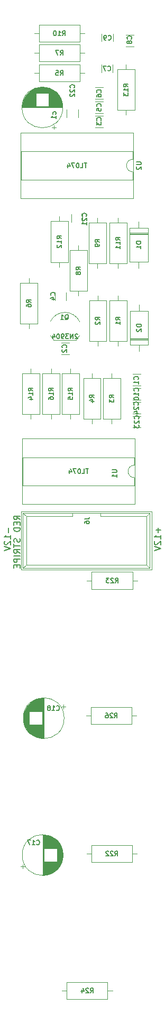
<source format=gbr>
%TF.GenerationSoftware,KiCad,Pcbnew,(5.1.9)-1*%
%TF.CreationDate,2021-09-21T18:31:50+01:00*%
%TF.ProjectId,Kosmo Noise,4b6f736d-6f20-44e6-9f69-73652e6b6963,rev?*%
%TF.SameCoordinates,Original*%
%TF.FileFunction,Legend,Bot*%
%TF.FilePolarity,Positive*%
%FSLAX46Y46*%
G04 Gerber Fmt 4.6, Leading zero omitted, Abs format (unit mm)*
G04 Created by KiCad (PCBNEW (5.1.9)-1) date 2021-09-21 18:31:50*
%MOMM*%
%LPD*%
G01*
G04 APERTURE LIST*
%ADD10C,0.120000*%
%ADD11C,0.150000*%
G04 APERTURE END LIST*
D10*
%TO.C,C1*%
X36435000Y-63785000D02*
X37693000Y-63785000D01*
X36435000Y-61945000D02*
X37693000Y-61945000D01*
%TO.C,c1*%
X24125000Y-22445741D02*
X23495000Y-22445741D01*
X23810000Y-22760741D02*
X23810000Y-22130741D01*
X22373000Y-16019500D02*
X21569000Y-16019500D01*
X22604000Y-16059500D02*
X21338000Y-16059500D01*
X22773000Y-16099500D02*
X21169000Y-16099500D01*
X22911000Y-16139500D02*
X21031000Y-16139500D01*
X23030000Y-16179500D02*
X20912000Y-16179500D01*
X23136000Y-16219500D02*
X20806000Y-16219500D01*
X23233000Y-16259500D02*
X20709000Y-16259500D01*
X23321000Y-16299500D02*
X20621000Y-16299500D01*
X23403000Y-16339500D02*
X20539000Y-16339500D01*
X23480000Y-16379500D02*
X20462000Y-16379500D01*
X23552000Y-16419500D02*
X20390000Y-16419500D01*
X23621000Y-16459500D02*
X20321000Y-16459500D01*
X23685000Y-16499500D02*
X20257000Y-16499500D01*
X23747000Y-16539500D02*
X20195000Y-16539500D01*
X23805000Y-16579500D02*
X20137000Y-16579500D01*
X23861000Y-16619500D02*
X20081000Y-16619500D01*
X23915000Y-16659500D02*
X20027000Y-16659500D01*
X23966000Y-16699500D02*
X19976000Y-16699500D01*
X24015000Y-16739500D02*
X19927000Y-16739500D01*
X24063000Y-16779500D02*
X19879000Y-16779500D01*
X24108000Y-16819500D02*
X19834000Y-16819500D01*
X24153000Y-16859500D02*
X19789000Y-16859500D01*
X24195000Y-16899500D02*
X19747000Y-16899500D01*
X24236000Y-16939500D02*
X19706000Y-16939500D01*
X20931000Y-16979500D02*
X19666000Y-16979500D01*
X24276000Y-16979500D02*
X23011000Y-16979500D01*
X20931000Y-17019500D02*
X19628000Y-17019500D01*
X24314000Y-17019500D02*
X23011000Y-17019500D01*
X20931000Y-17059500D02*
X19591000Y-17059500D01*
X24351000Y-17059500D02*
X23011000Y-17059500D01*
X20931000Y-17099500D02*
X19555000Y-17099500D01*
X24387000Y-17099500D02*
X23011000Y-17099500D01*
X20931000Y-17139500D02*
X19521000Y-17139500D01*
X24421000Y-17139500D02*
X23011000Y-17139500D01*
X20931000Y-17179500D02*
X19487000Y-17179500D01*
X24455000Y-17179500D02*
X23011000Y-17179500D01*
X20931000Y-17219500D02*
X19455000Y-17219500D01*
X24487000Y-17219500D02*
X23011000Y-17219500D01*
X20931000Y-17259500D02*
X19423000Y-17259500D01*
X24519000Y-17259500D02*
X23011000Y-17259500D01*
X20931000Y-17299500D02*
X19393000Y-17299500D01*
X24549000Y-17299500D02*
X23011000Y-17299500D01*
X20931000Y-17339500D02*
X19364000Y-17339500D01*
X24578000Y-17339500D02*
X23011000Y-17339500D01*
X20931000Y-17379500D02*
X19335000Y-17379500D01*
X24607000Y-17379500D02*
X23011000Y-17379500D01*
X20931000Y-17419500D02*
X19307000Y-17419500D01*
X24635000Y-17419500D02*
X23011000Y-17419500D01*
X20931000Y-17459500D02*
X19281000Y-17459500D01*
X24661000Y-17459500D02*
X23011000Y-17459500D01*
X20931000Y-17499500D02*
X19255000Y-17499500D01*
X24687000Y-17499500D02*
X23011000Y-17499500D01*
X20931000Y-17539500D02*
X19229000Y-17539500D01*
X24713000Y-17539500D02*
X23011000Y-17539500D01*
X20931000Y-17579500D02*
X19205000Y-17579500D01*
X24737000Y-17579500D02*
X23011000Y-17579500D01*
X20931000Y-17619500D02*
X19181000Y-17619500D01*
X24761000Y-17619500D02*
X23011000Y-17619500D01*
X20931000Y-17659500D02*
X19159000Y-17659500D01*
X24783000Y-17659500D02*
X23011000Y-17659500D01*
X20931000Y-17699500D02*
X19137000Y-17699500D01*
X24805000Y-17699500D02*
X23011000Y-17699500D01*
X20931000Y-17739500D02*
X19115000Y-17739500D01*
X24827000Y-17739500D02*
X23011000Y-17739500D01*
X20931000Y-17779500D02*
X19095000Y-17779500D01*
X24847000Y-17779500D02*
X23011000Y-17779500D01*
X20931000Y-17819500D02*
X19075000Y-17819500D01*
X24867000Y-17819500D02*
X23011000Y-17819500D01*
X20931000Y-17859500D02*
X19055000Y-17859500D01*
X24887000Y-17859500D02*
X23011000Y-17859500D01*
X20931000Y-17899500D02*
X19037000Y-17899500D01*
X24905000Y-17899500D02*
X23011000Y-17899500D01*
X20931000Y-17939500D02*
X19019000Y-17939500D01*
X24923000Y-17939500D02*
X23011000Y-17939500D01*
X20931000Y-17979500D02*
X19001000Y-17979500D01*
X24941000Y-17979500D02*
X23011000Y-17979500D01*
X20931000Y-18019500D02*
X18985000Y-18019500D01*
X24957000Y-18019500D02*
X23011000Y-18019500D01*
X20931000Y-18059500D02*
X18969000Y-18059500D01*
X24973000Y-18059500D02*
X23011000Y-18059500D01*
X20931000Y-18099500D02*
X18953000Y-18099500D01*
X24989000Y-18099500D02*
X23011000Y-18099500D01*
X20931000Y-18139500D02*
X18938000Y-18139500D01*
X25004000Y-18139500D02*
X23011000Y-18139500D01*
X20931000Y-18179500D02*
X18924000Y-18179500D01*
X25018000Y-18179500D02*
X23011000Y-18179500D01*
X20931000Y-18219500D02*
X18910000Y-18219500D01*
X25032000Y-18219500D02*
X23011000Y-18219500D01*
X20931000Y-18259500D02*
X18897000Y-18259500D01*
X25045000Y-18259500D02*
X23011000Y-18259500D01*
X20931000Y-18299500D02*
X18885000Y-18299500D01*
X25057000Y-18299500D02*
X23011000Y-18299500D01*
X20931000Y-18339500D02*
X18873000Y-18339500D01*
X25069000Y-18339500D02*
X23011000Y-18339500D01*
X20931000Y-18379500D02*
X18861000Y-18379500D01*
X25081000Y-18379500D02*
X23011000Y-18379500D01*
X20931000Y-18419500D02*
X18850000Y-18419500D01*
X25092000Y-18419500D02*
X23011000Y-18419500D01*
X20931000Y-18459500D02*
X18840000Y-18459500D01*
X25102000Y-18459500D02*
X23011000Y-18459500D01*
X20931000Y-18499500D02*
X18830000Y-18499500D01*
X25112000Y-18499500D02*
X23011000Y-18499500D01*
X20931000Y-18539500D02*
X18821000Y-18539500D01*
X25121000Y-18539500D02*
X23011000Y-18539500D01*
X20931000Y-18580500D02*
X18812000Y-18580500D01*
X25130000Y-18580500D02*
X23011000Y-18580500D01*
X20931000Y-18620500D02*
X18804000Y-18620500D01*
X25138000Y-18620500D02*
X23011000Y-18620500D01*
X20931000Y-18660500D02*
X18796000Y-18660500D01*
X25146000Y-18660500D02*
X23011000Y-18660500D01*
X20931000Y-18700500D02*
X18789000Y-18700500D01*
X25153000Y-18700500D02*
X23011000Y-18700500D01*
X20931000Y-18740500D02*
X18782000Y-18740500D01*
X25160000Y-18740500D02*
X23011000Y-18740500D01*
X20931000Y-18780500D02*
X18776000Y-18780500D01*
X25166000Y-18780500D02*
X23011000Y-18780500D01*
X20931000Y-18820500D02*
X18770000Y-18820500D01*
X25172000Y-18820500D02*
X23011000Y-18820500D01*
X20931000Y-18860500D02*
X18765000Y-18860500D01*
X25177000Y-18860500D02*
X23011000Y-18860500D01*
X20931000Y-18900500D02*
X18760000Y-18900500D01*
X25182000Y-18900500D02*
X23011000Y-18900500D01*
X20931000Y-18940500D02*
X18756000Y-18940500D01*
X25186000Y-18940500D02*
X23011000Y-18940500D01*
X20931000Y-18980500D02*
X18753000Y-18980500D01*
X25189000Y-18980500D02*
X23011000Y-18980500D01*
X20931000Y-19020500D02*
X18749000Y-19020500D01*
X25193000Y-19020500D02*
X23011000Y-19020500D01*
X25195000Y-19060500D02*
X18747000Y-19060500D01*
X25198000Y-19100500D02*
X18744000Y-19100500D01*
X25199000Y-19140500D02*
X18743000Y-19140500D01*
X25201000Y-19180500D02*
X18741000Y-19180500D01*
X25201000Y-19220500D02*
X18741000Y-19220500D01*
X25201000Y-19260500D02*
X18741000Y-19260500D01*
X25241000Y-19260500D02*
G75*
G03*
X25241000Y-19260500I-3270000J0D01*
G01*
%TO.C,C2*%
X26239500Y-58768500D02*
X24981500Y-58768500D01*
X26239500Y-56928500D02*
X24981500Y-56928500D01*
%TO.C,C3*%
X30466000Y-22446500D02*
X31724000Y-22446500D01*
X30466000Y-20606500D02*
X31724000Y-20606500D01*
%TO.C,C4*%
X23972000Y-50179000D02*
X23972000Y-48921000D01*
X25812000Y-50179000D02*
X25812000Y-48921000D01*
%TO.C,C5*%
X30402500Y-18320500D02*
X31660500Y-18320500D01*
X30402500Y-20160500D02*
X31660500Y-20160500D01*
%TO.C,C6*%
X30402500Y-16034500D02*
X31660500Y-16034500D01*
X30402500Y-17874500D02*
X31660500Y-17874500D01*
%TO.C,C7*%
X31401500Y-12432000D02*
X31401500Y-13690000D01*
X33241500Y-12432000D02*
X33241500Y-13690000D01*
%TO.C,C8*%
X36590000Y-9492500D02*
X35332000Y-9492500D01*
X36590000Y-7652500D02*
X35332000Y-7652500D01*
%TO.C,C9*%
X33305000Y-8713500D02*
X33305000Y-7455500D01*
X31465000Y-8713500D02*
X31465000Y-7455500D01*
%TO.C,C10*%
X37669500Y-64231000D02*
X36411500Y-64231000D01*
X37669500Y-66071000D02*
X36411500Y-66071000D01*
%TO.C,C17*%
X18829259Y-141092000D02*
X18829259Y-140462000D01*
X18514259Y-140777000D02*
X19144259Y-140777000D01*
X25255500Y-139340000D02*
X25255500Y-138536000D01*
X25215500Y-139571000D02*
X25215500Y-138305000D01*
X25175500Y-139740000D02*
X25175500Y-138136000D01*
X25135500Y-139878000D02*
X25135500Y-137998000D01*
X25095500Y-139997000D02*
X25095500Y-137879000D01*
X25055500Y-140103000D02*
X25055500Y-137773000D01*
X25015500Y-140200000D02*
X25015500Y-137676000D01*
X24975500Y-140288000D02*
X24975500Y-137588000D01*
X24935500Y-140370000D02*
X24935500Y-137506000D01*
X24895500Y-140447000D02*
X24895500Y-137429000D01*
X24855500Y-140519000D02*
X24855500Y-137357000D01*
X24815500Y-140588000D02*
X24815500Y-137288000D01*
X24775500Y-140652000D02*
X24775500Y-137224000D01*
X24735500Y-140714000D02*
X24735500Y-137162000D01*
X24695500Y-140772000D02*
X24695500Y-137104000D01*
X24655500Y-140828000D02*
X24655500Y-137048000D01*
X24615500Y-140882000D02*
X24615500Y-136994000D01*
X24575500Y-140933000D02*
X24575500Y-136943000D01*
X24535500Y-140982000D02*
X24535500Y-136894000D01*
X24495500Y-141030000D02*
X24495500Y-136846000D01*
X24455500Y-141075000D02*
X24455500Y-136801000D01*
X24415500Y-141120000D02*
X24415500Y-136756000D01*
X24375500Y-141162000D02*
X24375500Y-136714000D01*
X24335500Y-141203000D02*
X24335500Y-136673000D01*
X24295500Y-137898000D02*
X24295500Y-136633000D01*
X24295500Y-141243000D02*
X24295500Y-139978000D01*
X24255500Y-137898000D02*
X24255500Y-136595000D01*
X24255500Y-141281000D02*
X24255500Y-139978000D01*
X24215500Y-137898000D02*
X24215500Y-136558000D01*
X24215500Y-141318000D02*
X24215500Y-139978000D01*
X24175500Y-137898000D02*
X24175500Y-136522000D01*
X24175500Y-141354000D02*
X24175500Y-139978000D01*
X24135500Y-137898000D02*
X24135500Y-136488000D01*
X24135500Y-141388000D02*
X24135500Y-139978000D01*
X24095500Y-137898000D02*
X24095500Y-136454000D01*
X24095500Y-141422000D02*
X24095500Y-139978000D01*
X24055500Y-137898000D02*
X24055500Y-136422000D01*
X24055500Y-141454000D02*
X24055500Y-139978000D01*
X24015500Y-137898000D02*
X24015500Y-136390000D01*
X24015500Y-141486000D02*
X24015500Y-139978000D01*
X23975500Y-137898000D02*
X23975500Y-136360000D01*
X23975500Y-141516000D02*
X23975500Y-139978000D01*
X23935500Y-137898000D02*
X23935500Y-136331000D01*
X23935500Y-141545000D02*
X23935500Y-139978000D01*
X23895500Y-137898000D02*
X23895500Y-136302000D01*
X23895500Y-141574000D02*
X23895500Y-139978000D01*
X23855500Y-137898000D02*
X23855500Y-136274000D01*
X23855500Y-141602000D02*
X23855500Y-139978000D01*
X23815500Y-137898000D02*
X23815500Y-136248000D01*
X23815500Y-141628000D02*
X23815500Y-139978000D01*
X23775500Y-137898000D02*
X23775500Y-136222000D01*
X23775500Y-141654000D02*
X23775500Y-139978000D01*
X23735500Y-137898000D02*
X23735500Y-136196000D01*
X23735500Y-141680000D02*
X23735500Y-139978000D01*
X23695500Y-137898000D02*
X23695500Y-136172000D01*
X23695500Y-141704000D02*
X23695500Y-139978000D01*
X23655500Y-137898000D02*
X23655500Y-136148000D01*
X23655500Y-141728000D02*
X23655500Y-139978000D01*
X23615500Y-137898000D02*
X23615500Y-136126000D01*
X23615500Y-141750000D02*
X23615500Y-139978000D01*
X23575500Y-137898000D02*
X23575500Y-136104000D01*
X23575500Y-141772000D02*
X23575500Y-139978000D01*
X23535500Y-137898000D02*
X23535500Y-136082000D01*
X23535500Y-141794000D02*
X23535500Y-139978000D01*
X23495500Y-137898000D02*
X23495500Y-136062000D01*
X23495500Y-141814000D02*
X23495500Y-139978000D01*
X23455500Y-137898000D02*
X23455500Y-136042000D01*
X23455500Y-141834000D02*
X23455500Y-139978000D01*
X23415500Y-137898000D02*
X23415500Y-136022000D01*
X23415500Y-141854000D02*
X23415500Y-139978000D01*
X23375500Y-137898000D02*
X23375500Y-136004000D01*
X23375500Y-141872000D02*
X23375500Y-139978000D01*
X23335500Y-137898000D02*
X23335500Y-135986000D01*
X23335500Y-141890000D02*
X23335500Y-139978000D01*
X23295500Y-137898000D02*
X23295500Y-135968000D01*
X23295500Y-141908000D02*
X23295500Y-139978000D01*
X23255500Y-137898000D02*
X23255500Y-135952000D01*
X23255500Y-141924000D02*
X23255500Y-139978000D01*
X23215500Y-137898000D02*
X23215500Y-135936000D01*
X23215500Y-141940000D02*
X23215500Y-139978000D01*
X23175500Y-137898000D02*
X23175500Y-135920000D01*
X23175500Y-141956000D02*
X23175500Y-139978000D01*
X23135500Y-137898000D02*
X23135500Y-135905000D01*
X23135500Y-141971000D02*
X23135500Y-139978000D01*
X23095500Y-137898000D02*
X23095500Y-135891000D01*
X23095500Y-141985000D02*
X23095500Y-139978000D01*
X23055500Y-137898000D02*
X23055500Y-135877000D01*
X23055500Y-141999000D02*
X23055500Y-139978000D01*
X23015500Y-137898000D02*
X23015500Y-135864000D01*
X23015500Y-142012000D02*
X23015500Y-139978000D01*
X22975500Y-137898000D02*
X22975500Y-135852000D01*
X22975500Y-142024000D02*
X22975500Y-139978000D01*
X22935500Y-137898000D02*
X22935500Y-135840000D01*
X22935500Y-142036000D02*
X22935500Y-139978000D01*
X22895500Y-137898000D02*
X22895500Y-135828000D01*
X22895500Y-142048000D02*
X22895500Y-139978000D01*
X22855500Y-137898000D02*
X22855500Y-135817000D01*
X22855500Y-142059000D02*
X22855500Y-139978000D01*
X22815500Y-137898000D02*
X22815500Y-135807000D01*
X22815500Y-142069000D02*
X22815500Y-139978000D01*
X22775500Y-137898000D02*
X22775500Y-135797000D01*
X22775500Y-142079000D02*
X22775500Y-139978000D01*
X22735500Y-137898000D02*
X22735500Y-135788000D01*
X22735500Y-142088000D02*
X22735500Y-139978000D01*
X22694500Y-137898000D02*
X22694500Y-135779000D01*
X22694500Y-142097000D02*
X22694500Y-139978000D01*
X22654500Y-137898000D02*
X22654500Y-135771000D01*
X22654500Y-142105000D02*
X22654500Y-139978000D01*
X22614500Y-137898000D02*
X22614500Y-135763000D01*
X22614500Y-142113000D02*
X22614500Y-139978000D01*
X22574500Y-137898000D02*
X22574500Y-135756000D01*
X22574500Y-142120000D02*
X22574500Y-139978000D01*
X22534500Y-137898000D02*
X22534500Y-135749000D01*
X22534500Y-142127000D02*
X22534500Y-139978000D01*
X22494500Y-137898000D02*
X22494500Y-135743000D01*
X22494500Y-142133000D02*
X22494500Y-139978000D01*
X22454500Y-137898000D02*
X22454500Y-135737000D01*
X22454500Y-142139000D02*
X22454500Y-139978000D01*
X22414500Y-137898000D02*
X22414500Y-135732000D01*
X22414500Y-142144000D02*
X22414500Y-139978000D01*
X22374500Y-137898000D02*
X22374500Y-135727000D01*
X22374500Y-142149000D02*
X22374500Y-139978000D01*
X22334500Y-137898000D02*
X22334500Y-135723000D01*
X22334500Y-142153000D02*
X22334500Y-139978000D01*
X22294500Y-137898000D02*
X22294500Y-135720000D01*
X22294500Y-142156000D02*
X22294500Y-139978000D01*
X22254500Y-137898000D02*
X22254500Y-135716000D01*
X22254500Y-142160000D02*
X22254500Y-139978000D01*
X22214500Y-142162000D02*
X22214500Y-135714000D01*
X22174500Y-142165000D02*
X22174500Y-135711000D01*
X22134500Y-142166000D02*
X22134500Y-135710000D01*
X22094500Y-142168000D02*
X22094500Y-135708000D01*
X22054500Y-142168000D02*
X22054500Y-135708000D01*
X22014500Y-142168000D02*
X22014500Y-135708000D01*
X25284500Y-138938000D02*
G75*
G03*
X25284500Y-138938000I-3270000J0D01*
G01*
%TO.C,C18*%
X25451500Y-117030500D02*
G75*
G03*
X25451500Y-117030500I-3270000J0D01*
G01*
X22181500Y-113800500D02*
X22181500Y-120260500D01*
X22141500Y-113800500D02*
X22141500Y-120260500D01*
X22101500Y-113800500D02*
X22101500Y-120260500D01*
X22061500Y-113802500D02*
X22061500Y-120258500D01*
X22021500Y-113803500D02*
X22021500Y-120257500D01*
X21981500Y-113806500D02*
X21981500Y-120254500D01*
X21941500Y-113808500D02*
X21941500Y-115990500D01*
X21941500Y-118070500D02*
X21941500Y-120252500D01*
X21901500Y-113812500D02*
X21901500Y-115990500D01*
X21901500Y-118070500D02*
X21901500Y-120248500D01*
X21861500Y-113815500D02*
X21861500Y-115990500D01*
X21861500Y-118070500D02*
X21861500Y-120245500D01*
X21821500Y-113819500D02*
X21821500Y-115990500D01*
X21821500Y-118070500D02*
X21821500Y-120241500D01*
X21781500Y-113824500D02*
X21781500Y-115990500D01*
X21781500Y-118070500D02*
X21781500Y-120236500D01*
X21741500Y-113829500D02*
X21741500Y-115990500D01*
X21741500Y-118070500D02*
X21741500Y-120231500D01*
X21701500Y-113835500D02*
X21701500Y-115990500D01*
X21701500Y-118070500D02*
X21701500Y-120225500D01*
X21661500Y-113841500D02*
X21661500Y-115990500D01*
X21661500Y-118070500D02*
X21661500Y-120219500D01*
X21621500Y-113848500D02*
X21621500Y-115990500D01*
X21621500Y-118070500D02*
X21621500Y-120212500D01*
X21581500Y-113855500D02*
X21581500Y-115990500D01*
X21581500Y-118070500D02*
X21581500Y-120205500D01*
X21541500Y-113863500D02*
X21541500Y-115990500D01*
X21541500Y-118070500D02*
X21541500Y-120197500D01*
X21501500Y-113871500D02*
X21501500Y-115990500D01*
X21501500Y-118070500D02*
X21501500Y-120189500D01*
X21460500Y-113880500D02*
X21460500Y-115990500D01*
X21460500Y-118070500D02*
X21460500Y-120180500D01*
X21420500Y-113889500D02*
X21420500Y-115990500D01*
X21420500Y-118070500D02*
X21420500Y-120171500D01*
X21380500Y-113899500D02*
X21380500Y-115990500D01*
X21380500Y-118070500D02*
X21380500Y-120161500D01*
X21340500Y-113909500D02*
X21340500Y-115990500D01*
X21340500Y-118070500D02*
X21340500Y-120151500D01*
X21300500Y-113920500D02*
X21300500Y-115990500D01*
X21300500Y-118070500D02*
X21300500Y-120140500D01*
X21260500Y-113932500D02*
X21260500Y-115990500D01*
X21260500Y-118070500D02*
X21260500Y-120128500D01*
X21220500Y-113944500D02*
X21220500Y-115990500D01*
X21220500Y-118070500D02*
X21220500Y-120116500D01*
X21180500Y-113956500D02*
X21180500Y-115990500D01*
X21180500Y-118070500D02*
X21180500Y-120104500D01*
X21140500Y-113969500D02*
X21140500Y-115990500D01*
X21140500Y-118070500D02*
X21140500Y-120091500D01*
X21100500Y-113983500D02*
X21100500Y-115990500D01*
X21100500Y-118070500D02*
X21100500Y-120077500D01*
X21060500Y-113997500D02*
X21060500Y-115990500D01*
X21060500Y-118070500D02*
X21060500Y-120063500D01*
X21020500Y-114012500D02*
X21020500Y-115990500D01*
X21020500Y-118070500D02*
X21020500Y-120048500D01*
X20980500Y-114028500D02*
X20980500Y-115990500D01*
X20980500Y-118070500D02*
X20980500Y-120032500D01*
X20940500Y-114044500D02*
X20940500Y-115990500D01*
X20940500Y-118070500D02*
X20940500Y-120016500D01*
X20900500Y-114060500D02*
X20900500Y-115990500D01*
X20900500Y-118070500D02*
X20900500Y-120000500D01*
X20860500Y-114078500D02*
X20860500Y-115990500D01*
X20860500Y-118070500D02*
X20860500Y-119982500D01*
X20820500Y-114096500D02*
X20820500Y-115990500D01*
X20820500Y-118070500D02*
X20820500Y-119964500D01*
X20780500Y-114114500D02*
X20780500Y-115990500D01*
X20780500Y-118070500D02*
X20780500Y-119946500D01*
X20740500Y-114134500D02*
X20740500Y-115990500D01*
X20740500Y-118070500D02*
X20740500Y-119926500D01*
X20700500Y-114154500D02*
X20700500Y-115990500D01*
X20700500Y-118070500D02*
X20700500Y-119906500D01*
X20660500Y-114174500D02*
X20660500Y-115990500D01*
X20660500Y-118070500D02*
X20660500Y-119886500D01*
X20620500Y-114196500D02*
X20620500Y-115990500D01*
X20620500Y-118070500D02*
X20620500Y-119864500D01*
X20580500Y-114218500D02*
X20580500Y-115990500D01*
X20580500Y-118070500D02*
X20580500Y-119842500D01*
X20540500Y-114240500D02*
X20540500Y-115990500D01*
X20540500Y-118070500D02*
X20540500Y-119820500D01*
X20500500Y-114264500D02*
X20500500Y-115990500D01*
X20500500Y-118070500D02*
X20500500Y-119796500D01*
X20460500Y-114288500D02*
X20460500Y-115990500D01*
X20460500Y-118070500D02*
X20460500Y-119772500D01*
X20420500Y-114314500D02*
X20420500Y-115990500D01*
X20420500Y-118070500D02*
X20420500Y-119746500D01*
X20380500Y-114340500D02*
X20380500Y-115990500D01*
X20380500Y-118070500D02*
X20380500Y-119720500D01*
X20340500Y-114366500D02*
X20340500Y-115990500D01*
X20340500Y-118070500D02*
X20340500Y-119694500D01*
X20300500Y-114394500D02*
X20300500Y-115990500D01*
X20300500Y-118070500D02*
X20300500Y-119666500D01*
X20260500Y-114423500D02*
X20260500Y-115990500D01*
X20260500Y-118070500D02*
X20260500Y-119637500D01*
X20220500Y-114452500D02*
X20220500Y-115990500D01*
X20220500Y-118070500D02*
X20220500Y-119608500D01*
X20180500Y-114482500D02*
X20180500Y-115990500D01*
X20180500Y-118070500D02*
X20180500Y-119578500D01*
X20140500Y-114514500D02*
X20140500Y-115990500D01*
X20140500Y-118070500D02*
X20140500Y-119546500D01*
X20100500Y-114546500D02*
X20100500Y-115990500D01*
X20100500Y-118070500D02*
X20100500Y-119514500D01*
X20060500Y-114580500D02*
X20060500Y-115990500D01*
X20060500Y-118070500D02*
X20060500Y-119480500D01*
X20020500Y-114614500D02*
X20020500Y-115990500D01*
X20020500Y-118070500D02*
X20020500Y-119446500D01*
X19980500Y-114650500D02*
X19980500Y-115990500D01*
X19980500Y-118070500D02*
X19980500Y-119410500D01*
X19940500Y-114687500D02*
X19940500Y-115990500D01*
X19940500Y-118070500D02*
X19940500Y-119373500D01*
X19900500Y-114725500D02*
X19900500Y-115990500D01*
X19900500Y-118070500D02*
X19900500Y-119335500D01*
X19860500Y-114765500D02*
X19860500Y-119295500D01*
X19820500Y-114806500D02*
X19820500Y-119254500D01*
X19780500Y-114848500D02*
X19780500Y-119212500D01*
X19740500Y-114893500D02*
X19740500Y-119167500D01*
X19700500Y-114938500D02*
X19700500Y-119122500D01*
X19660500Y-114986500D02*
X19660500Y-119074500D01*
X19620500Y-115035500D02*
X19620500Y-119025500D01*
X19580500Y-115086500D02*
X19580500Y-118974500D01*
X19540500Y-115140500D02*
X19540500Y-118920500D01*
X19500500Y-115196500D02*
X19500500Y-118864500D01*
X19460500Y-115254500D02*
X19460500Y-118806500D01*
X19420500Y-115316500D02*
X19420500Y-118744500D01*
X19380500Y-115380500D02*
X19380500Y-118680500D01*
X19340500Y-115449500D02*
X19340500Y-118611500D01*
X19300500Y-115521500D02*
X19300500Y-118539500D01*
X19260500Y-115598500D02*
X19260500Y-118462500D01*
X19220500Y-115680500D02*
X19220500Y-118380500D01*
X19180500Y-115768500D02*
X19180500Y-118292500D01*
X19140500Y-115865500D02*
X19140500Y-118195500D01*
X19100500Y-115971500D02*
X19100500Y-118089500D01*
X19060500Y-116090500D02*
X19060500Y-117970500D01*
X19020500Y-116228500D02*
X19020500Y-117832500D01*
X18980500Y-116397500D02*
X18980500Y-117663500D01*
X18940500Y-116628500D02*
X18940500Y-117432500D01*
X25681741Y-115191500D02*
X25051741Y-115191500D01*
X25366741Y-114876500D02*
X25366741Y-115506500D01*
%TO.C,C21*%
X26575500Y-37606000D02*
X26575500Y-36348000D01*
X28415500Y-37606000D02*
X28415500Y-36348000D01*
%TO.C,C22*%
X27717000Y-19607500D02*
X27717000Y-20865500D01*
X25877000Y-19607500D02*
X25877000Y-20865500D01*
%TO.C,C23*%
X37669500Y-68676000D02*
X36411500Y-68676000D01*
X37669500Y-70516000D02*
X36411500Y-70516000D01*
%TO.C,C24*%
X37669500Y-66453500D02*
X36411500Y-66453500D01*
X37669500Y-68293500D02*
X36411500Y-68293500D01*
%TO.C,D1*%
X35931500Y-38555000D02*
X38871500Y-38555000D01*
X38871500Y-38555000D02*
X38871500Y-43995000D01*
X38871500Y-43995000D02*
X35931500Y-43995000D01*
X35931500Y-43995000D02*
X35931500Y-38555000D01*
X37401500Y-37535000D02*
X37401500Y-38555000D01*
X37401500Y-45015000D02*
X37401500Y-43995000D01*
X35931500Y-39455000D02*
X38871500Y-39455000D01*
X35931500Y-39575000D02*
X38871500Y-39575000D01*
X35931500Y-39335000D02*
X38871500Y-39335000D01*
%TO.C,D2*%
X38935000Y-56486500D02*
X35995000Y-56486500D01*
X38935000Y-56246500D02*
X35995000Y-56246500D01*
X38935000Y-56366500D02*
X35995000Y-56366500D01*
X37465000Y-50806500D02*
X37465000Y-51826500D01*
X37465000Y-58286500D02*
X37465000Y-57266500D01*
X38935000Y-51826500D02*
X38935000Y-57266500D01*
X35995000Y-51826500D02*
X38935000Y-51826500D01*
X35995000Y-57266500D02*
X35995000Y-51826500D01*
X38935000Y-57266500D02*
X35995000Y-57266500D01*
%TO.C,J6*%
X26769500Y-84712500D02*
X19389500Y-84712500D01*
X26769500Y-84212500D02*
X26769500Y-84692500D01*
X31269500Y-84712500D02*
X31269500Y-84202500D01*
X38639500Y-84712500D02*
X31289500Y-84712500D01*
X38639500Y-84712500D02*
X39139500Y-84212500D01*
X38639500Y-92462500D02*
X38639500Y-84712500D01*
X38639500Y-92462500D02*
X39189500Y-93012500D01*
X19389500Y-92462500D02*
X38639500Y-92462500D01*
X19389500Y-92462500D02*
X18839500Y-93012500D01*
X19389500Y-84712500D02*
X19389500Y-92462500D01*
X18839500Y-84162500D02*
X19389500Y-84712500D01*
X39189500Y-84162500D02*
X18839500Y-84162500D01*
X39189500Y-93012500D02*
X39189500Y-84162500D01*
X18839500Y-93012500D02*
X39189500Y-93012500D01*
X18839500Y-84162500D02*
X18839500Y-93012500D01*
X18589500Y-83907500D02*
X18589500Y-93257500D01*
X39449500Y-83907500D02*
X18589500Y-83907500D01*
X39449500Y-93257500D02*
X39449500Y-83907500D01*
X18589500Y-93257500D02*
X39449500Y-93257500D01*
%TO.C,Q1*%
X27390500Y-56523500D02*
X23790500Y-56523500D01*
X27914684Y-55796295D02*
G75*
G02*
X27390500Y-56523500I-2324184J1122795D01*
G01*
X27946900Y-53574693D02*
G75*
G03*
X25590500Y-52073500I-2356400J-1098807D01*
G01*
X23234100Y-53574693D02*
G75*
G02*
X25590500Y-52073500I2356400J-1098807D01*
G01*
X23266316Y-55796295D02*
G75*
G03*
X23790500Y-56523500I2324184J1122795D01*
G01*
%TO.C,R1*%
X32729500Y-50133500D02*
X35469500Y-50133500D01*
X35469500Y-50133500D02*
X35469500Y-56673500D01*
X35469500Y-56673500D02*
X32729500Y-56673500D01*
X32729500Y-56673500D02*
X32729500Y-50133500D01*
X34099500Y-49363500D02*
X34099500Y-50133500D01*
X34099500Y-57443500D02*
X34099500Y-56673500D01*
%TO.C,R2*%
X30861000Y-49363500D02*
X30861000Y-50133500D01*
X30861000Y-57443500D02*
X30861000Y-56673500D01*
X32231000Y-50133500D02*
X32231000Y-56673500D01*
X29491000Y-50133500D02*
X32231000Y-50133500D01*
X29491000Y-56673500D02*
X29491000Y-50133500D01*
X32231000Y-56673500D02*
X29491000Y-56673500D01*
%TO.C,R3*%
X33083500Y-61809500D02*
X33083500Y-62579500D01*
X33083500Y-69889500D02*
X33083500Y-69119500D01*
X34453500Y-62579500D02*
X34453500Y-69119500D01*
X31713500Y-62579500D02*
X34453500Y-62579500D01*
X31713500Y-69119500D02*
X31713500Y-62579500D01*
X34453500Y-69119500D02*
X31713500Y-69119500D01*
%TO.C,R4*%
X31278500Y-69119500D02*
X28538500Y-69119500D01*
X28538500Y-69119500D02*
X28538500Y-62579500D01*
X28538500Y-62579500D02*
X31278500Y-62579500D01*
X31278500Y-62579500D02*
X31278500Y-69119500D01*
X29908500Y-69889500D02*
X29908500Y-69119500D01*
X29908500Y-61809500D02*
X29908500Y-62579500D01*
%TO.C,R5*%
X20661500Y-13779500D02*
X21431500Y-13779500D01*
X28741500Y-13779500D02*
X27971500Y-13779500D01*
X21431500Y-12409500D02*
X27971500Y-12409500D01*
X21431500Y-15149500D02*
X21431500Y-12409500D01*
X27971500Y-15149500D02*
X21431500Y-15149500D01*
X27971500Y-12409500D02*
X27971500Y-15149500D01*
%TO.C,R6*%
X21182000Y-53879500D02*
X18442000Y-53879500D01*
X18442000Y-53879500D02*
X18442000Y-47339500D01*
X18442000Y-47339500D02*
X21182000Y-47339500D01*
X21182000Y-47339500D02*
X21182000Y-53879500D01*
X19812000Y-54649500D02*
X19812000Y-53879500D01*
X19812000Y-46569500D02*
X19812000Y-47339500D01*
%TO.C,R7*%
X20661500Y-10541000D02*
X21431500Y-10541000D01*
X28741500Y-10541000D02*
X27971500Y-10541000D01*
X21431500Y-9171000D02*
X27971500Y-9171000D01*
X21431500Y-11911000D02*
X21431500Y-9171000D01*
X27971500Y-11911000D02*
X21431500Y-11911000D01*
X27971500Y-9171000D02*
X27971500Y-11911000D01*
%TO.C,R8*%
X27749500Y-49442500D02*
X27749500Y-48672500D01*
X27749500Y-41362500D02*
X27749500Y-42132500D01*
X26379500Y-48672500D02*
X26379500Y-42132500D01*
X29119500Y-48672500D02*
X26379500Y-48672500D01*
X29119500Y-42132500D02*
X29119500Y-48672500D01*
X26379500Y-42132500D02*
X29119500Y-42132500D01*
%TO.C,R9*%
X29427500Y-37687500D02*
X32167500Y-37687500D01*
X32167500Y-37687500D02*
X32167500Y-44227500D01*
X32167500Y-44227500D02*
X29427500Y-44227500D01*
X29427500Y-44227500D02*
X29427500Y-37687500D01*
X30797500Y-36917500D02*
X30797500Y-37687500D01*
X30797500Y-44997500D02*
X30797500Y-44227500D01*
%TO.C,R10*%
X27971500Y-6059500D02*
X27971500Y-8799500D01*
X27971500Y-8799500D02*
X21431500Y-8799500D01*
X21431500Y-8799500D02*
X21431500Y-6059500D01*
X21431500Y-6059500D02*
X27971500Y-6059500D01*
X28741500Y-7429500D02*
X27971500Y-7429500D01*
X20661500Y-7429500D02*
X21431500Y-7429500D01*
%TO.C,R11*%
X34099500Y-44997500D02*
X34099500Y-44227500D01*
X34099500Y-36917500D02*
X34099500Y-37687500D01*
X32729500Y-44227500D02*
X32729500Y-37687500D01*
X35469500Y-44227500D02*
X32729500Y-44227500D01*
X35469500Y-37687500D02*
X35469500Y-44227500D01*
X32729500Y-37687500D02*
X35469500Y-37687500D01*
%TO.C,R12*%
X23331500Y-37497000D02*
X26071500Y-37497000D01*
X26071500Y-37497000D02*
X26071500Y-44037000D01*
X26071500Y-44037000D02*
X23331500Y-44037000D01*
X23331500Y-44037000D02*
X23331500Y-37497000D01*
X24701500Y-36727000D02*
X24701500Y-37497000D01*
X24701500Y-44807000D02*
X24701500Y-44037000D01*
%TO.C,R13*%
X35369500Y-12406500D02*
X35369500Y-13176500D01*
X35369500Y-20486500D02*
X35369500Y-19716500D01*
X36739500Y-13176500D02*
X36739500Y-19716500D01*
X33999500Y-13176500D02*
X36739500Y-13176500D01*
X33999500Y-19716500D02*
X33999500Y-13176500D01*
X36739500Y-19716500D02*
X33999500Y-19716500D01*
%TO.C,R14*%
X21499500Y-68357500D02*
X18759500Y-68357500D01*
X18759500Y-68357500D02*
X18759500Y-61817500D01*
X18759500Y-61817500D02*
X21499500Y-61817500D01*
X21499500Y-61817500D02*
X21499500Y-68357500D01*
X20129500Y-69127500D02*
X20129500Y-68357500D01*
X20129500Y-61047500D02*
X20129500Y-61817500D01*
%TO.C,R15*%
X26479500Y-61047500D02*
X26479500Y-61817500D01*
X26479500Y-69127500D02*
X26479500Y-68357500D01*
X27849500Y-61817500D02*
X27849500Y-68357500D01*
X25109500Y-61817500D02*
X27849500Y-61817500D01*
X25109500Y-68357500D02*
X25109500Y-61817500D01*
X27849500Y-68357500D02*
X25109500Y-68357500D01*
%TO.C,R16*%
X24738000Y-68357500D02*
X21998000Y-68357500D01*
X21998000Y-68357500D02*
X21998000Y-61817500D01*
X21998000Y-61817500D02*
X24738000Y-61817500D01*
X24738000Y-61817500D02*
X24738000Y-68357500D01*
X23368000Y-69127500D02*
X23368000Y-68357500D01*
X23368000Y-61047500D02*
X23368000Y-61817500D01*
%TO.C,R22*%
X29813500Y-140117500D02*
X29813500Y-137377500D01*
X29813500Y-137377500D02*
X36353500Y-137377500D01*
X36353500Y-137377500D02*
X36353500Y-140117500D01*
X36353500Y-140117500D02*
X29813500Y-140117500D01*
X29043500Y-138747500D02*
X29813500Y-138747500D01*
X37123500Y-138747500D02*
X36353500Y-138747500D01*
%TO.C,R23*%
X37187000Y-94996000D02*
X36417000Y-94996000D01*
X29107000Y-94996000D02*
X29877000Y-94996000D01*
X36417000Y-96366000D02*
X29877000Y-96366000D01*
X36417000Y-93626000D02*
X36417000Y-96366000D01*
X29877000Y-93626000D02*
X36417000Y-93626000D01*
X29877000Y-96366000D02*
X29877000Y-93626000D01*
%TO.C,R24*%
X33186500Y-160655000D02*
X32416500Y-160655000D01*
X25106500Y-160655000D02*
X25876500Y-160655000D01*
X32416500Y-162025000D02*
X25876500Y-162025000D01*
X32416500Y-159285000D02*
X32416500Y-162025000D01*
X25876500Y-159285000D02*
X32416500Y-159285000D01*
X25876500Y-162025000D02*
X25876500Y-159285000D01*
%TO.C,R26*%
X29750000Y-118019500D02*
X29750000Y-115279500D01*
X29750000Y-115279500D02*
X36290000Y-115279500D01*
X36290000Y-115279500D02*
X36290000Y-118019500D01*
X36290000Y-118019500D02*
X29750000Y-118019500D01*
X28980000Y-116649500D02*
X29750000Y-116649500D01*
X37060000Y-116649500D02*
X36290000Y-116649500D01*
%TO.C,U1*%
X36699500Y-78533500D02*
X36699500Y-79783500D01*
X36699500Y-79783500D02*
X18799500Y-79783500D01*
X18799500Y-79783500D02*
X18799500Y-75283500D01*
X18799500Y-75283500D02*
X36699500Y-75283500D01*
X36699500Y-75283500D02*
X36699500Y-76533500D01*
X36759500Y-82783500D02*
X18739500Y-82783500D01*
X18739500Y-82783500D02*
X18739500Y-72283500D01*
X18739500Y-72283500D02*
X36759500Y-72283500D01*
X36759500Y-72283500D02*
X36759500Y-82783500D01*
X36699500Y-76533500D02*
G75*
G03*
X36699500Y-78533500I0J-1000000D01*
G01*
%TO.C,U2*%
X36445500Y-27575000D02*
G75*
G03*
X36445500Y-29575000I0J-1000000D01*
G01*
X36505500Y-23325000D02*
X36505500Y-33825000D01*
X18485500Y-23325000D02*
X36505500Y-23325000D01*
X18485500Y-33825000D02*
X18485500Y-23325000D01*
X36505500Y-33825000D02*
X18485500Y-33825000D01*
X36445500Y-26325000D02*
X36445500Y-27575000D01*
X18545500Y-26325000D02*
X36445500Y-26325000D01*
X18545500Y-30825000D02*
X18545500Y-26325000D01*
X36445500Y-30825000D02*
X18545500Y-30825000D01*
X36445500Y-29575000D02*
X36445500Y-30825000D01*
%TO.C,C1*%
D11*
X37288357Y-62803500D02*
X37324071Y-62767785D01*
X37359785Y-62660642D01*
X37359785Y-62589214D01*
X37324071Y-62482071D01*
X37252642Y-62410642D01*
X37181214Y-62374928D01*
X37038357Y-62339214D01*
X36931214Y-62339214D01*
X36788357Y-62374928D01*
X36716928Y-62410642D01*
X36645500Y-62482071D01*
X36609785Y-62589214D01*
X36609785Y-62660642D01*
X36645500Y-62767785D01*
X36681214Y-62803500D01*
X37359785Y-63517785D02*
X37359785Y-63089214D01*
X37359785Y-63303500D02*
X36609785Y-63303500D01*
X36716928Y-63232071D01*
X36788357Y-63160642D01*
X36824071Y-63089214D01*
%TO.C,c1*%
X24116071Y-20331928D02*
X24151785Y-20260500D01*
X24151785Y-20117642D01*
X24116071Y-20046214D01*
X24080357Y-20010500D01*
X24008928Y-19974785D01*
X23794642Y-19974785D01*
X23723214Y-20010500D01*
X23687500Y-20046214D01*
X23651785Y-20117642D01*
X23651785Y-20260500D01*
X23687500Y-20331928D01*
X24151785Y-21046214D02*
X24151785Y-20617642D01*
X24151785Y-20831928D02*
X23401785Y-20831928D01*
X23508928Y-20760500D01*
X23580357Y-20689071D01*
X23616071Y-20617642D01*
%TO.C,C2*%
X25794857Y-57723500D02*
X25830571Y-57687785D01*
X25866285Y-57580642D01*
X25866285Y-57509214D01*
X25830571Y-57402071D01*
X25759142Y-57330642D01*
X25687714Y-57294928D01*
X25544857Y-57259214D01*
X25437714Y-57259214D01*
X25294857Y-57294928D01*
X25223428Y-57330642D01*
X25152000Y-57402071D01*
X25116285Y-57509214D01*
X25116285Y-57580642D01*
X25152000Y-57687785D01*
X25187714Y-57723500D01*
X25187714Y-58009214D02*
X25152000Y-58044928D01*
X25116285Y-58116357D01*
X25116285Y-58294928D01*
X25152000Y-58366357D01*
X25187714Y-58402071D01*
X25259142Y-58437785D01*
X25330571Y-58437785D01*
X25437714Y-58402071D01*
X25866285Y-57973500D01*
X25866285Y-58437785D01*
%TO.C,C3*%
X31319357Y-21338000D02*
X31355071Y-21302285D01*
X31390785Y-21195142D01*
X31390785Y-21123714D01*
X31355071Y-21016571D01*
X31283642Y-20945142D01*
X31212214Y-20909428D01*
X31069357Y-20873714D01*
X30962214Y-20873714D01*
X30819357Y-20909428D01*
X30747928Y-20945142D01*
X30676500Y-21016571D01*
X30640785Y-21123714D01*
X30640785Y-21195142D01*
X30676500Y-21302285D01*
X30712214Y-21338000D01*
X30640785Y-21588000D02*
X30640785Y-22052285D01*
X30926500Y-21802285D01*
X30926500Y-21909428D01*
X30962214Y-21980857D01*
X30997928Y-22016571D01*
X31069357Y-22052285D01*
X31247928Y-22052285D01*
X31319357Y-22016571D01*
X31355071Y-21980857D01*
X31390785Y-21909428D01*
X31390785Y-21695142D01*
X31355071Y-21623714D01*
X31319357Y-21588000D01*
%TO.C,C4*%
X23953357Y-49341500D02*
X23989071Y-49305785D01*
X24024785Y-49198642D01*
X24024785Y-49127214D01*
X23989071Y-49020071D01*
X23917642Y-48948642D01*
X23846214Y-48912928D01*
X23703357Y-48877214D01*
X23596214Y-48877214D01*
X23453357Y-48912928D01*
X23381928Y-48948642D01*
X23310500Y-49020071D01*
X23274785Y-49127214D01*
X23274785Y-49198642D01*
X23310500Y-49305785D01*
X23346214Y-49341500D01*
X23524785Y-49984357D02*
X24024785Y-49984357D01*
X23239071Y-49805785D02*
X23774785Y-49627214D01*
X23774785Y-50091500D01*
%TO.C,C5*%
X31319357Y-19115500D02*
X31355071Y-19079785D01*
X31390785Y-18972642D01*
X31390785Y-18901214D01*
X31355071Y-18794071D01*
X31283642Y-18722642D01*
X31212214Y-18686928D01*
X31069357Y-18651214D01*
X30962214Y-18651214D01*
X30819357Y-18686928D01*
X30747928Y-18722642D01*
X30676500Y-18794071D01*
X30640785Y-18901214D01*
X30640785Y-18972642D01*
X30676500Y-19079785D01*
X30712214Y-19115500D01*
X30640785Y-19794071D02*
X30640785Y-19436928D01*
X30997928Y-19401214D01*
X30962214Y-19436928D01*
X30926500Y-19508357D01*
X30926500Y-19686928D01*
X30962214Y-19758357D01*
X30997928Y-19794071D01*
X31069357Y-19829785D01*
X31247928Y-19829785D01*
X31319357Y-19794071D01*
X31355071Y-19758357D01*
X31390785Y-19686928D01*
X31390785Y-19508357D01*
X31355071Y-19436928D01*
X31319357Y-19401214D01*
%TO.C,C6*%
X31319357Y-16893000D02*
X31355071Y-16857285D01*
X31390785Y-16750142D01*
X31390785Y-16678714D01*
X31355071Y-16571571D01*
X31283642Y-16500142D01*
X31212214Y-16464428D01*
X31069357Y-16428714D01*
X30962214Y-16428714D01*
X30819357Y-16464428D01*
X30747928Y-16500142D01*
X30676500Y-16571571D01*
X30640785Y-16678714D01*
X30640785Y-16750142D01*
X30676500Y-16857285D01*
X30712214Y-16893000D01*
X30640785Y-17535857D02*
X30640785Y-17393000D01*
X30676500Y-17321571D01*
X30712214Y-17285857D01*
X30819357Y-17214428D01*
X30962214Y-17178714D01*
X31247928Y-17178714D01*
X31319357Y-17214428D01*
X31355071Y-17250142D01*
X31390785Y-17321571D01*
X31390785Y-17464428D01*
X31355071Y-17535857D01*
X31319357Y-17571571D01*
X31247928Y-17607285D01*
X31069357Y-17607285D01*
X30997928Y-17571571D01*
X30962214Y-17535857D01*
X30926500Y-17464428D01*
X30926500Y-17321571D01*
X30962214Y-17250142D01*
X30997928Y-17214428D01*
X31069357Y-17178714D01*
%TO.C,C7*%
X32446500Y-13320856D02*
X32482214Y-13356570D01*
X32589357Y-13392284D01*
X32660785Y-13392284D01*
X32767928Y-13356570D01*
X32839357Y-13285141D01*
X32875071Y-13213713D01*
X32910785Y-13070856D01*
X32910785Y-12963713D01*
X32875071Y-12820856D01*
X32839357Y-12749427D01*
X32767928Y-12677999D01*
X32660785Y-12642284D01*
X32589357Y-12642284D01*
X32482214Y-12677999D01*
X32446500Y-12713713D01*
X32196500Y-12642284D02*
X31696500Y-12642284D01*
X32017928Y-13392284D01*
%TO.C,C8*%
X36208857Y-8320500D02*
X36244571Y-8284785D01*
X36280285Y-8177642D01*
X36280285Y-8106214D01*
X36244571Y-7999071D01*
X36173142Y-7927642D01*
X36101714Y-7891928D01*
X35958857Y-7856214D01*
X35851714Y-7856214D01*
X35708857Y-7891928D01*
X35637428Y-7927642D01*
X35566000Y-7999071D01*
X35530285Y-8106214D01*
X35530285Y-8177642D01*
X35566000Y-8284785D01*
X35601714Y-8320500D01*
X35851714Y-8749071D02*
X35816000Y-8677642D01*
X35780285Y-8641928D01*
X35708857Y-8606214D01*
X35673142Y-8606214D01*
X35601714Y-8641928D01*
X35566000Y-8677642D01*
X35530285Y-8749071D01*
X35530285Y-8891928D01*
X35566000Y-8963357D01*
X35601714Y-8999071D01*
X35673142Y-9034785D01*
X35708857Y-9034785D01*
X35780285Y-8999071D01*
X35816000Y-8963357D01*
X35851714Y-8891928D01*
X35851714Y-8749071D01*
X35887428Y-8677642D01*
X35923142Y-8641928D01*
X35994571Y-8606214D01*
X36137428Y-8606214D01*
X36208857Y-8641928D01*
X36244571Y-8677642D01*
X36280285Y-8749071D01*
X36280285Y-8891928D01*
X36244571Y-8963357D01*
X36208857Y-8999071D01*
X36137428Y-9034785D01*
X35994571Y-9034785D01*
X35923142Y-8999071D01*
X35887428Y-8963357D01*
X35851714Y-8891928D01*
%TO.C,C9*%
X32510000Y-8395857D02*
X32545714Y-8431571D01*
X32652857Y-8467285D01*
X32724285Y-8467285D01*
X32831428Y-8431571D01*
X32902857Y-8360142D01*
X32938571Y-8288714D01*
X32974285Y-8145857D01*
X32974285Y-8038714D01*
X32938571Y-7895857D01*
X32902857Y-7824428D01*
X32831428Y-7753000D01*
X32724285Y-7717285D01*
X32652857Y-7717285D01*
X32545714Y-7753000D01*
X32510000Y-7788714D01*
X32152857Y-8467285D02*
X32010000Y-8467285D01*
X31938571Y-8431571D01*
X31902857Y-8395857D01*
X31831428Y-8288714D01*
X31795714Y-8145857D01*
X31795714Y-7860142D01*
X31831428Y-7788714D01*
X31867142Y-7753000D01*
X31938571Y-7717285D01*
X32081428Y-7717285D01*
X32152857Y-7753000D01*
X32188571Y-7788714D01*
X32224285Y-7860142D01*
X32224285Y-8038714D01*
X32188571Y-8110142D01*
X32152857Y-8145857D01*
X32081428Y-8181571D01*
X31938571Y-8181571D01*
X31867142Y-8145857D01*
X31831428Y-8110142D01*
X31795714Y-8038714D01*
%TO.C,C10*%
X37299858Y-64660856D02*
X37335572Y-64625141D01*
X37371286Y-64517999D01*
X37371286Y-64446570D01*
X37335572Y-64339427D01*
X37264143Y-64267999D01*
X37192715Y-64232284D01*
X37049858Y-64196570D01*
X36942715Y-64196570D01*
X36799858Y-64232284D01*
X36728429Y-64267999D01*
X36657001Y-64339427D01*
X36621286Y-64446570D01*
X36621286Y-64517999D01*
X36657001Y-64625141D01*
X36692715Y-64660856D01*
X37371286Y-65375141D02*
X37371286Y-64946570D01*
X37371286Y-65160856D02*
X36621286Y-65160856D01*
X36728429Y-65089427D01*
X36799858Y-65017999D01*
X36835572Y-64946570D01*
X36621286Y-65839427D02*
X36621286Y-65910856D01*
X36657001Y-65982284D01*
X36692715Y-66017999D01*
X36764143Y-66053713D01*
X36907001Y-66089427D01*
X37085572Y-66089427D01*
X37228429Y-66053713D01*
X37299858Y-66017999D01*
X37335572Y-65982284D01*
X37371286Y-65910856D01*
X37371286Y-65839427D01*
X37335572Y-65767999D01*
X37299858Y-65732284D01*
X37228429Y-65696570D01*
X37085572Y-65660856D01*
X36907001Y-65660856D01*
X36764143Y-65696570D01*
X36692715Y-65732284D01*
X36657001Y-65767999D01*
X36621286Y-65839427D01*
%TO.C,C17*%
X21056142Y-137237357D02*
X21091857Y-137273071D01*
X21199000Y-137308785D01*
X21270428Y-137308785D01*
X21377571Y-137273071D01*
X21449000Y-137201642D01*
X21484714Y-137130214D01*
X21520428Y-136987357D01*
X21520428Y-136880214D01*
X21484714Y-136737357D01*
X21449000Y-136665928D01*
X21377571Y-136594500D01*
X21270428Y-136558785D01*
X21199000Y-136558785D01*
X21091857Y-136594500D01*
X21056142Y-136630214D01*
X20341857Y-137308785D02*
X20770428Y-137308785D01*
X20556142Y-137308785D02*
X20556142Y-136558785D01*
X20627571Y-136665928D01*
X20699000Y-136737357D01*
X20770428Y-136773071D01*
X20091857Y-136558785D02*
X19591857Y-136558785D01*
X19913285Y-137308785D01*
%TO.C,C18*%
X24231142Y-115710857D02*
X24266857Y-115746571D01*
X24374000Y-115782285D01*
X24445428Y-115782285D01*
X24552571Y-115746571D01*
X24624000Y-115675142D01*
X24659714Y-115603714D01*
X24695428Y-115460857D01*
X24695428Y-115353714D01*
X24659714Y-115210857D01*
X24624000Y-115139428D01*
X24552571Y-115068000D01*
X24445428Y-115032285D01*
X24374000Y-115032285D01*
X24266857Y-115068000D01*
X24231142Y-115103714D01*
X23516857Y-115782285D02*
X23945428Y-115782285D01*
X23731142Y-115782285D02*
X23731142Y-115032285D01*
X23802571Y-115139428D01*
X23874000Y-115210857D01*
X23945428Y-115246571D01*
X23088285Y-115353714D02*
X23159714Y-115318000D01*
X23195428Y-115282285D01*
X23231142Y-115210857D01*
X23231142Y-115175142D01*
X23195428Y-115103714D01*
X23159714Y-115068000D01*
X23088285Y-115032285D01*
X22945428Y-115032285D01*
X22874000Y-115068000D01*
X22838285Y-115103714D01*
X22802571Y-115175142D01*
X22802571Y-115210857D01*
X22838285Y-115282285D01*
X22874000Y-115318000D01*
X22945428Y-115353714D01*
X23088285Y-115353714D01*
X23159714Y-115389428D01*
X23195428Y-115425142D01*
X23231142Y-115496571D01*
X23231142Y-115639428D01*
X23195428Y-115710857D01*
X23159714Y-115746571D01*
X23088285Y-115782285D01*
X22945428Y-115782285D01*
X22874000Y-115746571D01*
X22838285Y-115710857D01*
X22802571Y-115639428D01*
X22802571Y-115496571D01*
X22838285Y-115425142D01*
X22874000Y-115389428D01*
X22945428Y-115353714D01*
%TO.C,C21*%
X28969857Y-36665357D02*
X29005571Y-36629642D01*
X29041285Y-36522500D01*
X29041285Y-36451071D01*
X29005571Y-36343928D01*
X28934142Y-36272500D01*
X28862714Y-36236785D01*
X28719857Y-36201071D01*
X28612714Y-36201071D01*
X28469857Y-36236785D01*
X28398428Y-36272500D01*
X28327000Y-36343928D01*
X28291285Y-36451071D01*
X28291285Y-36522500D01*
X28327000Y-36629642D01*
X28362714Y-36665357D01*
X28362714Y-36951071D02*
X28327000Y-36986785D01*
X28291285Y-37058214D01*
X28291285Y-37236785D01*
X28327000Y-37308214D01*
X28362714Y-37343928D01*
X28434142Y-37379642D01*
X28505571Y-37379642D01*
X28612714Y-37343928D01*
X29041285Y-36915357D01*
X29041285Y-37379642D01*
X29041285Y-38093928D02*
X29041285Y-37665357D01*
X29041285Y-37879642D02*
X28291285Y-37879642D01*
X28398428Y-37808214D01*
X28469857Y-37736785D01*
X28505571Y-37665357D01*
%TO.C,C22*%
X27064857Y-16091357D02*
X27100571Y-16055642D01*
X27136285Y-15948500D01*
X27136285Y-15877071D01*
X27100571Y-15769928D01*
X27029142Y-15698500D01*
X26957714Y-15662785D01*
X26814857Y-15627071D01*
X26707714Y-15627071D01*
X26564857Y-15662785D01*
X26493428Y-15698500D01*
X26422000Y-15769928D01*
X26386285Y-15877071D01*
X26386285Y-15948500D01*
X26422000Y-16055642D01*
X26457714Y-16091357D01*
X26457714Y-16377071D02*
X26422000Y-16412785D01*
X26386285Y-16484214D01*
X26386285Y-16662785D01*
X26422000Y-16734214D01*
X26457714Y-16769928D01*
X26529142Y-16805642D01*
X26600571Y-16805642D01*
X26707714Y-16769928D01*
X27136285Y-16341357D01*
X27136285Y-16805642D01*
X26457714Y-17091357D02*
X26422000Y-17127071D01*
X26386285Y-17198500D01*
X26386285Y-17377071D01*
X26422000Y-17448500D01*
X26457714Y-17484214D01*
X26529142Y-17519928D01*
X26600571Y-17519928D01*
X26707714Y-17484214D01*
X27136285Y-17055642D01*
X27136285Y-17519928D01*
%TO.C,C23*%
X37351857Y-69113857D02*
X37387571Y-69078142D01*
X37423285Y-68971000D01*
X37423285Y-68899571D01*
X37387571Y-68792428D01*
X37316142Y-68721000D01*
X37244714Y-68685285D01*
X37101857Y-68649571D01*
X36994714Y-68649571D01*
X36851857Y-68685285D01*
X36780428Y-68721000D01*
X36709000Y-68792428D01*
X36673285Y-68899571D01*
X36673285Y-68971000D01*
X36709000Y-69078142D01*
X36744714Y-69113857D01*
X36744714Y-69399571D02*
X36709000Y-69435285D01*
X36673285Y-69506714D01*
X36673285Y-69685285D01*
X36709000Y-69756714D01*
X36744714Y-69792428D01*
X36816142Y-69828142D01*
X36887571Y-69828142D01*
X36994714Y-69792428D01*
X37423285Y-69363857D01*
X37423285Y-69828142D01*
X36673285Y-70078142D02*
X36673285Y-70542428D01*
X36959000Y-70292428D01*
X36959000Y-70399571D01*
X36994714Y-70471000D01*
X37030428Y-70506714D01*
X37101857Y-70542428D01*
X37280428Y-70542428D01*
X37351857Y-70506714D01*
X37387571Y-70471000D01*
X37423285Y-70399571D01*
X37423285Y-70185285D01*
X37387571Y-70113857D01*
X37351857Y-70078142D01*
%TO.C,C24*%
X37288357Y-66891357D02*
X37324071Y-66855642D01*
X37359785Y-66748500D01*
X37359785Y-66677071D01*
X37324071Y-66569928D01*
X37252642Y-66498500D01*
X37181214Y-66462785D01*
X37038357Y-66427071D01*
X36931214Y-66427071D01*
X36788357Y-66462785D01*
X36716928Y-66498500D01*
X36645500Y-66569928D01*
X36609785Y-66677071D01*
X36609785Y-66748500D01*
X36645500Y-66855642D01*
X36681214Y-66891357D01*
X36681214Y-67177071D02*
X36645500Y-67212785D01*
X36609785Y-67284214D01*
X36609785Y-67462785D01*
X36645500Y-67534214D01*
X36681214Y-67569928D01*
X36752642Y-67605642D01*
X36824071Y-67605642D01*
X36931214Y-67569928D01*
X37359785Y-67141357D01*
X37359785Y-67605642D01*
X36859785Y-68248500D02*
X37359785Y-68248500D01*
X36574071Y-68069928D02*
X37109785Y-67891357D01*
X37109785Y-68355642D01*
%TO.C,D1*%
X37740785Y-40721428D02*
X36990785Y-40721428D01*
X36990785Y-40900000D01*
X37026500Y-41007142D01*
X37097928Y-41078571D01*
X37169357Y-41114285D01*
X37312214Y-41150000D01*
X37419357Y-41150000D01*
X37562214Y-41114285D01*
X37633642Y-41078571D01*
X37705071Y-41007142D01*
X37740785Y-40900000D01*
X37740785Y-40721428D01*
X37740785Y-41864285D02*
X37740785Y-41435714D01*
X37740785Y-41650000D02*
X36990785Y-41650000D01*
X37097928Y-41578571D01*
X37169357Y-41507142D01*
X37205071Y-41435714D01*
%TO.C,D2*%
X37804285Y-53992928D02*
X37054285Y-53992928D01*
X37054285Y-54171500D01*
X37090000Y-54278642D01*
X37161428Y-54350071D01*
X37232857Y-54385785D01*
X37375714Y-54421500D01*
X37482857Y-54421500D01*
X37625714Y-54385785D01*
X37697142Y-54350071D01*
X37768571Y-54278642D01*
X37804285Y-54171500D01*
X37804285Y-53992928D01*
X37125714Y-54707214D02*
X37090000Y-54742928D01*
X37054285Y-54814357D01*
X37054285Y-54992928D01*
X37090000Y-55064357D01*
X37125714Y-55100071D01*
X37197142Y-55135785D01*
X37268571Y-55135785D01*
X37375714Y-55100071D01*
X37804285Y-54671500D01*
X37804285Y-55135785D01*
%TO.C,J6*%
X28735785Y-85157500D02*
X29271500Y-85157500D01*
X29378642Y-85121785D01*
X29450071Y-85050357D01*
X29485785Y-84943214D01*
X29485785Y-84871785D01*
X28735785Y-85836071D02*
X28735785Y-85693214D01*
X28771500Y-85621785D01*
X28807214Y-85586071D01*
X28914357Y-85514642D01*
X29057214Y-85478928D01*
X29342928Y-85478928D01*
X29414357Y-85514642D01*
X29450071Y-85550357D01*
X29485785Y-85621785D01*
X29485785Y-85764642D01*
X29450071Y-85836071D01*
X29414357Y-85871785D01*
X29342928Y-85907500D01*
X29164357Y-85907500D01*
X29092928Y-85871785D01*
X29057214Y-85836071D01*
X29021500Y-85764642D01*
X29021500Y-85621785D01*
X29057214Y-85550357D01*
X29092928Y-85514642D01*
X29164357Y-85478928D01*
X40510928Y-86550595D02*
X40510928Y-87312500D01*
X40891880Y-86931547D02*
X40129976Y-86931547D01*
X40891880Y-88312500D02*
X40891880Y-87741071D01*
X40891880Y-88026785D02*
X39891880Y-88026785D01*
X40034738Y-87931547D01*
X40129976Y-87836309D01*
X40177595Y-87741071D01*
X39987119Y-88693452D02*
X39939500Y-88741071D01*
X39891880Y-88836309D01*
X39891880Y-89074404D01*
X39939500Y-89169642D01*
X39987119Y-89217261D01*
X40082357Y-89264880D01*
X40177595Y-89264880D01*
X40320452Y-89217261D01*
X40891880Y-88645833D01*
X40891880Y-89264880D01*
X39891880Y-89550595D02*
X40891880Y-89883928D01*
X39891880Y-90217261D01*
X16510928Y-86550595D02*
X16510928Y-87312500D01*
X16891880Y-88312500D02*
X16891880Y-87741071D01*
X16891880Y-88026785D02*
X15891880Y-88026785D01*
X16034738Y-87931547D01*
X16129976Y-87836309D01*
X16177595Y-87741071D01*
X15987119Y-88693452D02*
X15939500Y-88741071D01*
X15891880Y-88836309D01*
X15891880Y-89074404D01*
X15939500Y-89169642D01*
X15987119Y-89217261D01*
X16082357Y-89264880D01*
X16177595Y-89264880D01*
X16320452Y-89217261D01*
X16891880Y-88645833D01*
X16891880Y-89264880D01*
X15891880Y-89550595D02*
X16891880Y-89883928D01*
X15891880Y-90217261D01*
X18391880Y-85241071D02*
X17915690Y-84907738D01*
X18391880Y-84669642D02*
X17391880Y-84669642D01*
X17391880Y-85050595D01*
X17439500Y-85145833D01*
X17487119Y-85193452D01*
X17582357Y-85241071D01*
X17725214Y-85241071D01*
X17820452Y-85193452D01*
X17868071Y-85145833D01*
X17915690Y-85050595D01*
X17915690Y-84669642D01*
X17868071Y-85669642D02*
X17868071Y-86002976D01*
X18391880Y-86145833D02*
X18391880Y-85669642D01*
X17391880Y-85669642D01*
X17391880Y-86145833D01*
X18391880Y-86574404D02*
X17391880Y-86574404D01*
X17391880Y-86812500D01*
X17439500Y-86955357D01*
X17534738Y-87050595D01*
X17629976Y-87098214D01*
X17820452Y-87145833D01*
X17963309Y-87145833D01*
X18153785Y-87098214D01*
X18249023Y-87050595D01*
X18344261Y-86955357D01*
X18391880Y-86812500D01*
X18391880Y-86574404D01*
X18344261Y-88288690D02*
X18391880Y-88431547D01*
X18391880Y-88669642D01*
X18344261Y-88764880D01*
X18296642Y-88812500D01*
X18201404Y-88860119D01*
X18106166Y-88860119D01*
X18010928Y-88812500D01*
X17963309Y-88764880D01*
X17915690Y-88669642D01*
X17868071Y-88479166D01*
X17820452Y-88383928D01*
X17772833Y-88336309D01*
X17677595Y-88288690D01*
X17582357Y-88288690D01*
X17487119Y-88336309D01*
X17439500Y-88383928D01*
X17391880Y-88479166D01*
X17391880Y-88717261D01*
X17439500Y-88860119D01*
X17391880Y-89145833D02*
X17391880Y-89717261D01*
X18391880Y-89431547D02*
X17391880Y-89431547D01*
X18391880Y-90622023D02*
X17915690Y-90288690D01*
X18391880Y-90050595D02*
X17391880Y-90050595D01*
X17391880Y-90431547D01*
X17439500Y-90526785D01*
X17487119Y-90574404D01*
X17582357Y-90622023D01*
X17725214Y-90622023D01*
X17820452Y-90574404D01*
X17868071Y-90526785D01*
X17915690Y-90431547D01*
X17915690Y-90050595D01*
X18391880Y-91050595D02*
X17391880Y-91050595D01*
X18391880Y-91526785D02*
X17391880Y-91526785D01*
X17391880Y-91907738D01*
X17439500Y-92002976D01*
X17487119Y-92050595D01*
X17582357Y-92098214D01*
X17725214Y-92098214D01*
X17820452Y-92050595D01*
X17868071Y-92002976D01*
X17915690Y-91907738D01*
X17915690Y-91526785D01*
X17868071Y-92526785D02*
X17868071Y-92860119D01*
X18391880Y-93002976D02*
X18391880Y-92526785D01*
X17391880Y-92526785D01*
X17391880Y-93002976D01*
%TO.C,Q1*%
X25598428Y-53242714D02*
X25669857Y-53207000D01*
X25741285Y-53135571D01*
X25848428Y-53028428D01*
X25919857Y-52992714D01*
X25991285Y-52992714D01*
X25955571Y-53171285D02*
X26027000Y-53135571D01*
X26098428Y-53064142D01*
X26134142Y-52921285D01*
X26134142Y-52671285D01*
X26098428Y-52528428D01*
X26027000Y-52457000D01*
X25955571Y-52421285D01*
X25812714Y-52421285D01*
X25741285Y-52457000D01*
X25669857Y-52528428D01*
X25634142Y-52671285D01*
X25634142Y-52921285D01*
X25669857Y-53064142D01*
X25741285Y-53135571D01*
X25812714Y-53171285D01*
X25955571Y-53171285D01*
X24919857Y-53171285D02*
X25348428Y-53171285D01*
X25134142Y-53171285D02*
X25134142Y-52421285D01*
X25205571Y-52528428D01*
X25277000Y-52599857D01*
X25348428Y-52635571D01*
X27626214Y-55604214D02*
X27590500Y-55568500D01*
X27519071Y-55532785D01*
X27340500Y-55532785D01*
X27269071Y-55568500D01*
X27233357Y-55604214D01*
X27197642Y-55675642D01*
X27197642Y-55747071D01*
X27233357Y-55854214D01*
X27661928Y-56282785D01*
X27197642Y-56282785D01*
X26876214Y-56282785D02*
X26876214Y-55532785D01*
X26447642Y-56282785D01*
X26447642Y-55532785D01*
X26161928Y-55532785D02*
X25697642Y-55532785D01*
X25947642Y-55818500D01*
X25840500Y-55818500D01*
X25769071Y-55854214D01*
X25733357Y-55889928D01*
X25697642Y-55961357D01*
X25697642Y-56139928D01*
X25733357Y-56211357D01*
X25769071Y-56247071D01*
X25840500Y-56282785D01*
X26054785Y-56282785D01*
X26126214Y-56247071D01*
X26161928Y-56211357D01*
X25340500Y-56282785D02*
X25197642Y-56282785D01*
X25126214Y-56247071D01*
X25090500Y-56211357D01*
X25019071Y-56104214D01*
X24983357Y-55961357D01*
X24983357Y-55675642D01*
X25019071Y-55604214D01*
X25054785Y-55568500D01*
X25126214Y-55532785D01*
X25269071Y-55532785D01*
X25340500Y-55568500D01*
X25376214Y-55604214D01*
X25411928Y-55675642D01*
X25411928Y-55854214D01*
X25376214Y-55925642D01*
X25340500Y-55961357D01*
X25269071Y-55997071D01*
X25126214Y-55997071D01*
X25054785Y-55961357D01*
X25019071Y-55925642D01*
X24983357Y-55854214D01*
X24519071Y-55532785D02*
X24447642Y-55532785D01*
X24376214Y-55568500D01*
X24340500Y-55604214D01*
X24304785Y-55675642D01*
X24269071Y-55818500D01*
X24269071Y-55997071D01*
X24304785Y-56139928D01*
X24340500Y-56211357D01*
X24376214Y-56247071D01*
X24447642Y-56282785D01*
X24519071Y-56282785D01*
X24590500Y-56247071D01*
X24626214Y-56211357D01*
X24661928Y-56139928D01*
X24697642Y-55997071D01*
X24697642Y-55818500D01*
X24661928Y-55675642D01*
X24626214Y-55604214D01*
X24590500Y-55568500D01*
X24519071Y-55532785D01*
X23626214Y-55782785D02*
X23626214Y-56282785D01*
X23804785Y-55497071D02*
X23983357Y-56032785D01*
X23519071Y-56032785D01*
%TO.C,R1*%
X34438785Y-53278500D02*
X34081642Y-53028500D01*
X34438785Y-52849928D02*
X33688785Y-52849928D01*
X33688785Y-53135642D01*
X33724500Y-53207071D01*
X33760214Y-53242785D01*
X33831642Y-53278500D01*
X33938785Y-53278500D01*
X34010214Y-53242785D01*
X34045928Y-53207071D01*
X34081642Y-53135642D01*
X34081642Y-52849928D01*
X34438785Y-53992785D02*
X34438785Y-53564214D01*
X34438785Y-53778500D02*
X33688785Y-53778500D01*
X33795928Y-53707071D01*
X33867357Y-53635642D01*
X33903071Y-53564214D01*
%TO.C,R2*%
X31200285Y-53278500D02*
X30843142Y-53028500D01*
X31200285Y-52849928D02*
X30450285Y-52849928D01*
X30450285Y-53135642D01*
X30486000Y-53207071D01*
X30521714Y-53242785D01*
X30593142Y-53278500D01*
X30700285Y-53278500D01*
X30771714Y-53242785D01*
X30807428Y-53207071D01*
X30843142Y-53135642D01*
X30843142Y-52849928D01*
X30521714Y-53564214D02*
X30486000Y-53599928D01*
X30450285Y-53671357D01*
X30450285Y-53849928D01*
X30486000Y-53921357D01*
X30521714Y-53957071D01*
X30593142Y-53992785D01*
X30664571Y-53992785D01*
X30771714Y-53957071D01*
X31200285Y-53528500D01*
X31200285Y-53992785D01*
%TO.C,R3*%
X33422785Y-65724500D02*
X33065642Y-65474500D01*
X33422785Y-65295928D02*
X32672785Y-65295928D01*
X32672785Y-65581642D01*
X32708500Y-65653071D01*
X32744214Y-65688785D01*
X32815642Y-65724500D01*
X32922785Y-65724500D01*
X32994214Y-65688785D01*
X33029928Y-65653071D01*
X33065642Y-65581642D01*
X33065642Y-65295928D01*
X32672785Y-65974500D02*
X32672785Y-66438785D01*
X32958500Y-66188785D01*
X32958500Y-66295928D01*
X32994214Y-66367357D01*
X33029928Y-66403071D01*
X33101357Y-66438785D01*
X33279928Y-66438785D01*
X33351357Y-66403071D01*
X33387071Y-66367357D01*
X33422785Y-66295928D01*
X33422785Y-66081642D01*
X33387071Y-66010214D01*
X33351357Y-65974500D01*
%TO.C,R4*%
X30247785Y-65724500D02*
X29890642Y-65474500D01*
X30247785Y-65295928D02*
X29497785Y-65295928D01*
X29497785Y-65581642D01*
X29533500Y-65653071D01*
X29569214Y-65688785D01*
X29640642Y-65724500D01*
X29747785Y-65724500D01*
X29819214Y-65688785D01*
X29854928Y-65653071D01*
X29890642Y-65581642D01*
X29890642Y-65295928D01*
X29747785Y-66367357D02*
X30247785Y-66367357D01*
X29462071Y-66188785D02*
X29997785Y-66010214D01*
X29997785Y-66474500D01*
%TO.C,R5*%
X24826500Y-14118785D02*
X25076500Y-13761642D01*
X25255071Y-14118785D02*
X25255071Y-13368785D01*
X24969357Y-13368785D01*
X24897928Y-13404500D01*
X24862214Y-13440214D01*
X24826500Y-13511642D01*
X24826500Y-13618785D01*
X24862214Y-13690214D01*
X24897928Y-13725928D01*
X24969357Y-13761642D01*
X25255071Y-13761642D01*
X24147928Y-13368785D02*
X24505071Y-13368785D01*
X24540785Y-13725928D01*
X24505071Y-13690214D01*
X24433642Y-13654500D01*
X24255071Y-13654500D01*
X24183642Y-13690214D01*
X24147928Y-13725928D01*
X24112214Y-13797357D01*
X24112214Y-13975928D01*
X24147928Y-14047357D01*
X24183642Y-14083071D01*
X24255071Y-14118785D01*
X24433642Y-14118785D01*
X24505071Y-14083071D01*
X24540785Y-14047357D01*
%TO.C,R6*%
X20151285Y-50484500D02*
X19794142Y-50234500D01*
X20151285Y-50055928D02*
X19401285Y-50055928D01*
X19401285Y-50341642D01*
X19437000Y-50413071D01*
X19472714Y-50448785D01*
X19544142Y-50484500D01*
X19651285Y-50484500D01*
X19722714Y-50448785D01*
X19758428Y-50413071D01*
X19794142Y-50341642D01*
X19794142Y-50055928D01*
X19401285Y-51127357D02*
X19401285Y-50984500D01*
X19437000Y-50913071D01*
X19472714Y-50877357D01*
X19579857Y-50805928D01*
X19722714Y-50770214D01*
X20008428Y-50770214D01*
X20079857Y-50805928D01*
X20115571Y-50841642D01*
X20151285Y-50913071D01*
X20151285Y-51055928D01*
X20115571Y-51127357D01*
X20079857Y-51163071D01*
X20008428Y-51198785D01*
X19829857Y-51198785D01*
X19758428Y-51163071D01*
X19722714Y-51127357D01*
X19687000Y-51055928D01*
X19687000Y-50913071D01*
X19722714Y-50841642D01*
X19758428Y-50805928D01*
X19829857Y-50770214D01*
%TO.C,R7*%
X24826500Y-10880285D02*
X25076500Y-10523142D01*
X25255071Y-10880285D02*
X25255071Y-10130285D01*
X24969357Y-10130285D01*
X24897928Y-10166000D01*
X24862214Y-10201714D01*
X24826500Y-10273142D01*
X24826500Y-10380285D01*
X24862214Y-10451714D01*
X24897928Y-10487428D01*
X24969357Y-10523142D01*
X25255071Y-10523142D01*
X24576500Y-10130285D02*
X24076500Y-10130285D01*
X24397928Y-10880285D01*
%TO.C,R8*%
X28088785Y-45277500D02*
X27731642Y-45027500D01*
X28088785Y-44848928D02*
X27338785Y-44848928D01*
X27338785Y-45134642D01*
X27374500Y-45206071D01*
X27410214Y-45241785D01*
X27481642Y-45277500D01*
X27588785Y-45277500D01*
X27660214Y-45241785D01*
X27695928Y-45206071D01*
X27731642Y-45134642D01*
X27731642Y-44848928D01*
X27660214Y-45706071D02*
X27624500Y-45634642D01*
X27588785Y-45598928D01*
X27517357Y-45563214D01*
X27481642Y-45563214D01*
X27410214Y-45598928D01*
X27374500Y-45634642D01*
X27338785Y-45706071D01*
X27338785Y-45848928D01*
X27374500Y-45920357D01*
X27410214Y-45956071D01*
X27481642Y-45991785D01*
X27517357Y-45991785D01*
X27588785Y-45956071D01*
X27624500Y-45920357D01*
X27660214Y-45848928D01*
X27660214Y-45706071D01*
X27695928Y-45634642D01*
X27731642Y-45598928D01*
X27803071Y-45563214D01*
X27945928Y-45563214D01*
X28017357Y-45598928D01*
X28053071Y-45634642D01*
X28088785Y-45706071D01*
X28088785Y-45848928D01*
X28053071Y-45920357D01*
X28017357Y-45956071D01*
X27945928Y-45991785D01*
X27803071Y-45991785D01*
X27731642Y-45956071D01*
X27695928Y-45920357D01*
X27660214Y-45848928D01*
%TO.C,R9*%
X31136785Y-40832500D02*
X30779642Y-40582500D01*
X31136785Y-40403928D02*
X30386785Y-40403928D01*
X30386785Y-40689642D01*
X30422500Y-40761071D01*
X30458214Y-40796785D01*
X30529642Y-40832500D01*
X30636785Y-40832500D01*
X30708214Y-40796785D01*
X30743928Y-40761071D01*
X30779642Y-40689642D01*
X30779642Y-40403928D01*
X31136785Y-41189642D02*
X31136785Y-41332500D01*
X31101071Y-41403928D01*
X31065357Y-41439642D01*
X30958214Y-41511071D01*
X30815357Y-41546785D01*
X30529642Y-41546785D01*
X30458214Y-41511071D01*
X30422500Y-41475357D01*
X30386785Y-41403928D01*
X30386785Y-41261071D01*
X30422500Y-41189642D01*
X30458214Y-41153928D01*
X30529642Y-41118214D01*
X30708214Y-41118214D01*
X30779642Y-41153928D01*
X30815357Y-41189642D01*
X30851071Y-41261071D01*
X30851071Y-41403928D01*
X30815357Y-41475357D01*
X30779642Y-41511071D01*
X30708214Y-41546785D01*
%TO.C,R10*%
X25183642Y-7768785D02*
X25433642Y-7411642D01*
X25612214Y-7768785D02*
X25612214Y-7018785D01*
X25326500Y-7018785D01*
X25255071Y-7054500D01*
X25219357Y-7090214D01*
X25183642Y-7161642D01*
X25183642Y-7268785D01*
X25219357Y-7340214D01*
X25255071Y-7375928D01*
X25326500Y-7411642D01*
X25612214Y-7411642D01*
X24469357Y-7768785D02*
X24897928Y-7768785D01*
X24683642Y-7768785D02*
X24683642Y-7018785D01*
X24755071Y-7125928D01*
X24826500Y-7197357D01*
X24897928Y-7233071D01*
X24005071Y-7018785D02*
X23933642Y-7018785D01*
X23862214Y-7054500D01*
X23826500Y-7090214D01*
X23790785Y-7161642D01*
X23755071Y-7304500D01*
X23755071Y-7483071D01*
X23790785Y-7625928D01*
X23826500Y-7697357D01*
X23862214Y-7733071D01*
X23933642Y-7768785D01*
X24005071Y-7768785D01*
X24076500Y-7733071D01*
X24112214Y-7697357D01*
X24147928Y-7625928D01*
X24183642Y-7483071D01*
X24183642Y-7304500D01*
X24147928Y-7161642D01*
X24112214Y-7090214D01*
X24076500Y-7054500D01*
X24005071Y-7018785D01*
%TO.C,R11*%
X34438785Y-40475357D02*
X34081642Y-40225357D01*
X34438785Y-40046785D02*
X33688785Y-40046785D01*
X33688785Y-40332500D01*
X33724500Y-40403928D01*
X33760214Y-40439642D01*
X33831642Y-40475357D01*
X33938785Y-40475357D01*
X34010214Y-40439642D01*
X34045928Y-40403928D01*
X34081642Y-40332500D01*
X34081642Y-40046785D01*
X34438785Y-41189642D02*
X34438785Y-40761071D01*
X34438785Y-40975357D02*
X33688785Y-40975357D01*
X33795928Y-40903928D01*
X33867357Y-40832500D01*
X33903071Y-40761071D01*
X34438785Y-41903928D02*
X34438785Y-41475357D01*
X34438785Y-41689642D02*
X33688785Y-41689642D01*
X33795928Y-41618214D01*
X33867357Y-41546785D01*
X33903071Y-41475357D01*
%TO.C,R12*%
X25040785Y-40284857D02*
X24683642Y-40034857D01*
X25040785Y-39856285D02*
X24290785Y-39856285D01*
X24290785Y-40142000D01*
X24326500Y-40213428D01*
X24362214Y-40249142D01*
X24433642Y-40284857D01*
X24540785Y-40284857D01*
X24612214Y-40249142D01*
X24647928Y-40213428D01*
X24683642Y-40142000D01*
X24683642Y-39856285D01*
X25040785Y-40999142D02*
X25040785Y-40570571D01*
X25040785Y-40784857D02*
X24290785Y-40784857D01*
X24397928Y-40713428D01*
X24469357Y-40642000D01*
X24505071Y-40570571D01*
X24362214Y-41284857D02*
X24326500Y-41320571D01*
X24290785Y-41392000D01*
X24290785Y-41570571D01*
X24326500Y-41642000D01*
X24362214Y-41677714D01*
X24433642Y-41713428D01*
X24505071Y-41713428D01*
X24612214Y-41677714D01*
X25040785Y-41249142D01*
X25040785Y-41713428D01*
%TO.C,R13*%
X35708785Y-15964357D02*
X35351642Y-15714357D01*
X35708785Y-15535785D02*
X34958785Y-15535785D01*
X34958785Y-15821500D01*
X34994500Y-15892928D01*
X35030214Y-15928642D01*
X35101642Y-15964357D01*
X35208785Y-15964357D01*
X35280214Y-15928642D01*
X35315928Y-15892928D01*
X35351642Y-15821500D01*
X35351642Y-15535785D01*
X35708785Y-16678642D02*
X35708785Y-16250071D01*
X35708785Y-16464357D02*
X34958785Y-16464357D01*
X35065928Y-16392928D01*
X35137357Y-16321500D01*
X35173071Y-16250071D01*
X34958785Y-16928642D02*
X34958785Y-17392928D01*
X35244500Y-17142928D01*
X35244500Y-17250071D01*
X35280214Y-17321500D01*
X35315928Y-17357214D01*
X35387357Y-17392928D01*
X35565928Y-17392928D01*
X35637357Y-17357214D01*
X35673071Y-17321500D01*
X35708785Y-17250071D01*
X35708785Y-17035785D01*
X35673071Y-16964357D01*
X35637357Y-16928642D01*
%TO.C,R14*%
X20468785Y-64605357D02*
X20111642Y-64355357D01*
X20468785Y-64176785D02*
X19718785Y-64176785D01*
X19718785Y-64462500D01*
X19754500Y-64533928D01*
X19790214Y-64569642D01*
X19861642Y-64605357D01*
X19968785Y-64605357D01*
X20040214Y-64569642D01*
X20075928Y-64533928D01*
X20111642Y-64462500D01*
X20111642Y-64176785D01*
X20468785Y-65319642D02*
X20468785Y-64891071D01*
X20468785Y-65105357D02*
X19718785Y-65105357D01*
X19825928Y-65033928D01*
X19897357Y-64962500D01*
X19933071Y-64891071D01*
X19968785Y-65962500D02*
X20468785Y-65962500D01*
X19683071Y-65783928D02*
X20218785Y-65605357D01*
X20218785Y-66069642D01*
%TO.C,R15*%
X26818785Y-64605357D02*
X26461642Y-64355357D01*
X26818785Y-64176785D02*
X26068785Y-64176785D01*
X26068785Y-64462500D01*
X26104500Y-64533928D01*
X26140214Y-64569642D01*
X26211642Y-64605357D01*
X26318785Y-64605357D01*
X26390214Y-64569642D01*
X26425928Y-64533928D01*
X26461642Y-64462500D01*
X26461642Y-64176785D01*
X26818785Y-65319642D02*
X26818785Y-64891071D01*
X26818785Y-65105357D02*
X26068785Y-65105357D01*
X26175928Y-65033928D01*
X26247357Y-64962500D01*
X26283071Y-64891071D01*
X26068785Y-65998214D02*
X26068785Y-65641071D01*
X26425928Y-65605357D01*
X26390214Y-65641071D01*
X26354500Y-65712500D01*
X26354500Y-65891071D01*
X26390214Y-65962500D01*
X26425928Y-65998214D01*
X26497357Y-66033928D01*
X26675928Y-66033928D01*
X26747357Y-65998214D01*
X26783071Y-65962500D01*
X26818785Y-65891071D01*
X26818785Y-65712500D01*
X26783071Y-65641071D01*
X26747357Y-65605357D01*
%TO.C,R16*%
X23707285Y-64605357D02*
X23350142Y-64355357D01*
X23707285Y-64176785D02*
X22957285Y-64176785D01*
X22957285Y-64462500D01*
X22993000Y-64533928D01*
X23028714Y-64569642D01*
X23100142Y-64605357D01*
X23207285Y-64605357D01*
X23278714Y-64569642D01*
X23314428Y-64533928D01*
X23350142Y-64462500D01*
X23350142Y-64176785D01*
X23707285Y-65319642D02*
X23707285Y-64891071D01*
X23707285Y-65105357D02*
X22957285Y-65105357D01*
X23064428Y-65033928D01*
X23135857Y-64962500D01*
X23171571Y-64891071D01*
X22957285Y-65962500D02*
X22957285Y-65819642D01*
X22993000Y-65748214D01*
X23028714Y-65712500D01*
X23135857Y-65641071D01*
X23278714Y-65605357D01*
X23564428Y-65605357D01*
X23635857Y-65641071D01*
X23671571Y-65676785D01*
X23707285Y-65748214D01*
X23707285Y-65891071D01*
X23671571Y-65962500D01*
X23635857Y-65998214D01*
X23564428Y-66033928D01*
X23385857Y-66033928D01*
X23314428Y-65998214D01*
X23278714Y-65962500D01*
X23243000Y-65891071D01*
X23243000Y-65748214D01*
X23278714Y-65676785D01*
X23314428Y-65641071D01*
X23385857Y-65605357D01*
%TO.C,R22*%
X33565642Y-139086785D02*
X33815642Y-138729642D01*
X33994214Y-139086785D02*
X33994214Y-138336785D01*
X33708500Y-138336785D01*
X33637071Y-138372500D01*
X33601357Y-138408214D01*
X33565642Y-138479642D01*
X33565642Y-138586785D01*
X33601357Y-138658214D01*
X33637071Y-138693928D01*
X33708500Y-138729642D01*
X33994214Y-138729642D01*
X33279928Y-138408214D02*
X33244214Y-138372500D01*
X33172785Y-138336785D01*
X32994214Y-138336785D01*
X32922785Y-138372500D01*
X32887071Y-138408214D01*
X32851357Y-138479642D01*
X32851357Y-138551071D01*
X32887071Y-138658214D01*
X33315642Y-139086785D01*
X32851357Y-139086785D01*
X32565642Y-138408214D02*
X32529928Y-138372500D01*
X32458500Y-138336785D01*
X32279928Y-138336785D01*
X32208500Y-138372500D01*
X32172785Y-138408214D01*
X32137071Y-138479642D01*
X32137071Y-138551071D01*
X32172785Y-138658214D01*
X32601357Y-139086785D01*
X32137071Y-139086785D01*
%TO.C,R23*%
X33629142Y-95335285D02*
X33879142Y-94978142D01*
X34057714Y-95335285D02*
X34057714Y-94585285D01*
X33772000Y-94585285D01*
X33700571Y-94621000D01*
X33664857Y-94656714D01*
X33629142Y-94728142D01*
X33629142Y-94835285D01*
X33664857Y-94906714D01*
X33700571Y-94942428D01*
X33772000Y-94978142D01*
X34057714Y-94978142D01*
X33343428Y-94656714D02*
X33307714Y-94621000D01*
X33236285Y-94585285D01*
X33057714Y-94585285D01*
X32986285Y-94621000D01*
X32950571Y-94656714D01*
X32914857Y-94728142D01*
X32914857Y-94799571D01*
X32950571Y-94906714D01*
X33379142Y-95335285D01*
X32914857Y-95335285D01*
X32664857Y-94585285D02*
X32200571Y-94585285D01*
X32450571Y-94871000D01*
X32343428Y-94871000D01*
X32272000Y-94906714D01*
X32236285Y-94942428D01*
X32200571Y-95013857D01*
X32200571Y-95192428D01*
X32236285Y-95263857D01*
X32272000Y-95299571D01*
X32343428Y-95335285D01*
X32557714Y-95335285D01*
X32629142Y-95299571D01*
X32664857Y-95263857D01*
%TO.C,R24*%
X29628642Y-160994285D02*
X29878642Y-160637142D01*
X30057214Y-160994285D02*
X30057214Y-160244285D01*
X29771500Y-160244285D01*
X29700071Y-160280000D01*
X29664357Y-160315714D01*
X29628642Y-160387142D01*
X29628642Y-160494285D01*
X29664357Y-160565714D01*
X29700071Y-160601428D01*
X29771500Y-160637142D01*
X30057214Y-160637142D01*
X29342928Y-160315714D02*
X29307214Y-160280000D01*
X29235785Y-160244285D01*
X29057214Y-160244285D01*
X28985785Y-160280000D01*
X28950071Y-160315714D01*
X28914357Y-160387142D01*
X28914357Y-160458571D01*
X28950071Y-160565714D01*
X29378642Y-160994285D01*
X28914357Y-160994285D01*
X28271500Y-160494285D02*
X28271500Y-160994285D01*
X28450071Y-160208571D02*
X28628642Y-160744285D01*
X28164357Y-160744285D01*
%TO.C,R26*%
X33502142Y-116988785D02*
X33752142Y-116631642D01*
X33930714Y-116988785D02*
X33930714Y-116238785D01*
X33645000Y-116238785D01*
X33573571Y-116274500D01*
X33537857Y-116310214D01*
X33502142Y-116381642D01*
X33502142Y-116488785D01*
X33537857Y-116560214D01*
X33573571Y-116595928D01*
X33645000Y-116631642D01*
X33930714Y-116631642D01*
X33216428Y-116310214D02*
X33180714Y-116274500D01*
X33109285Y-116238785D01*
X32930714Y-116238785D01*
X32859285Y-116274500D01*
X32823571Y-116310214D01*
X32787857Y-116381642D01*
X32787857Y-116453071D01*
X32823571Y-116560214D01*
X33252142Y-116988785D01*
X32787857Y-116988785D01*
X32145000Y-116238785D02*
X32287857Y-116238785D01*
X32359285Y-116274500D01*
X32395000Y-116310214D01*
X32466428Y-116417357D01*
X32502142Y-116560214D01*
X32502142Y-116845928D01*
X32466428Y-116917357D01*
X32430714Y-116953071D01*
X32359285Y-116988785D01*
X32216428Y-116988785D01*
X32145000Y-116953071D01*
X32109285Y-116917357D01*
X32073571Y-116845928D01*
X32073571Y-116667357D01*
X32109285Y-116595928D01*
X32145000Y-116560214D01*
X32216428Y-116524500D01*
X32359285Y-116524500D01*
X32430714Y-116560214D01*
X32466428Y-116595928D01*
X32502142Y-116667357D01*
%TO.C,U1*%
X33117285Y-77279571D02*
X33724428Y-77279571D01*
X33795857Y-77315285D01*
X33831571Y-77351000D01*
X33867285Y-77422428D01*
X33867285Y-77565285D01*
X33831571Y-77636714D01*
X33795857Y-77672428D01*
X33724428Y-77708142D01*
X33117285Y-77708142D01*
X33867285Y-78458142D02*
X33867285Y-78029571D01*
X33867285Y-78243857D02*
X33117285Y-78243857D01*
X33224428Y-78172428D01*
X33295857Y-78101000D01*
X33331571Y-78029571D01*
X29338785Y-77122785D02*
X28910214Y-77122785D01*
X29124500Y-77872785D02*
X29124500Y-77122785D01*
X28303071Y-77872785D02*
X28660214Y-77872785D01*
X28660214Y-77122785D01*
X27910214Y-77122785D02*
X27838785Y-77122785D01*
X27767357Y-77158500D01*
X27731642Y-77194214D01*
X27695928Y-77265642D01*
X27660214Y-77408500D01*
X27660214Y-77587071D01*
X27695928Y-77729928D01*
X27731642Y-77801357D01*
X27767357Y-77837071D01*
X27838785Y-77872785D01*
X27910214Y-77872785D01*
X27981642Y-77837071D01*
X28017357Y-77801357D01*
X28053071Y-77729928D01*
X28088785Y-77587071D01*
X28088785Y-77408500D01*
X28053071Y-77265642D01*
X28017357Y-77194214D01*
X27981642Y-77158500D01*
X27910214Y-77122785D01*
X27410214Y-77122785D02*
X26910214Y-77122785D01*
X27231642Y-77872785D01*
X26303071Y-77372785D02*
X26303071Y-77872785D01*
X26481642Y-77087071D02*
X26660214Y-77622785D01*
X26195928Y-77622785D01*
%TO.C,U2*%
X37034785Y-28003571D02*
X37641928Y-28003571D01*
X37713357Y-28039285D01*
X37749071Y-28075000D01*
X37784785Y-28146428D01*
X37784785Y-28289285D01*
X37749071Y-28360714D01*
X37713357Y-28396428D01*
X37641928Y-28432142D01*
X37034785Y-28432142D01*
X37106214Y-28753571D02*
X37070500Y-28789285D01*
X37034785Y-28860714D01*
X37034785Y-29039285D01*
X37070500Y-29110714D01*
X37106214Y-29146428D01*
X37177642Y-29182142D01*
X37249071Y-29182142D01*
X37356214Y-29146428D01*
X37784785Y-28717857D01*
X37784785Y-29182142D01*
X29084785Y-28164285D02*
X28656214Y-28164285D01*
X28870500Y-28914285D02*
X28870500Y-28164285D01*
X28049071Y-28914285D02*
X28406214Y-28914285D01*
X28406214Y-28164285D01*
X27656214Y-28164285D02*
X27584785Y-28164285D01*
X27513357Y-28200000D01*
X27477642Y-28235714D01*
X27441928Y-28307142D01*
X27406214Y-28450000D01*
X27406214Y-28628571D01*
X27441928Y-28771428D01*
X27477642Y-28842857D01*
X27513357Y-28878571D01*
X27584785Y-28914285D01*
X27656214Y-28914285D01*
X27727642Y-28878571D01*
X27763357Y-28842857D01*
X27799071Y-28771428D01*
X27834785Y-28628571D01*
X27834785Y-28450000D01*
X27799071Y-28307142D01*
X27763357Y-28235714D01*
X27727642Y-28200000D01*
X27656214Y-28164285D01*
X27156214Y-28164285D02*
X26656214Y-28164285D01*
X26977642Y-28914285D01*
X26049071Y-28414285D02*
X26049071Y-28914285D01*
X26227642Y-28128571D02*
X26406214Y-28664285D01*
X25941928Y-28664285D01*
%TD*%
M02*

</source>
